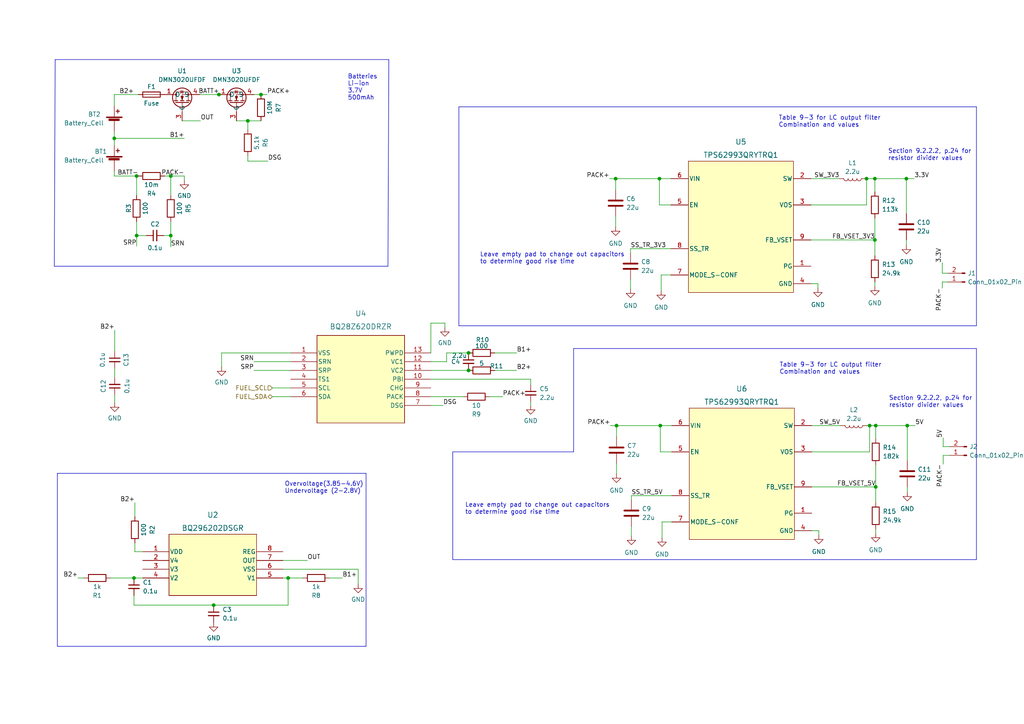
<source format=kicad_sch>
(kicad_sch (version 20230121) (generator eeschema)
  (paper "A4")
  (lib_symbols
    (symbol "Connector:Conn_01x02_Pin" (pin_names (offset 1.016) hide)
      (property "Reference" "J" (at 0 2.54 0))
      (property "Value" "Conn_01x02_Pin" (at 0 -5.08 0))
      (symbol "Conn_01x02_Pin_1_1"
        (polyline (pts (xy 1.27 -2.54) (xy 0.8636 -2.54)) (stroke (width 0.1524)))
        (polyline (pts (xy 1.27 0) (xy 0.8636 0)) (stroke (width 0.1524)))
        (rectangle (start 0.8636 -2.413) (end 0 -2.667) (stroke (width 0.1524)) (fill (type outline)))
        (rectangle (start 0.8636 0.127) (end 0 -0.127) (stroke (width 0.1524)) (fill (type outline)))
        (pin passive line (at 5.08 0 180) (length 3.81) (name "Pin_1") (number "1"))
        (pin passive line (at 5.08 -2.54 180) (length 3.81) (name "Pin_2") (number "2"))
      )
    )
    (symbol "Device:Battery_Cell" (pin_numbers hide) (pin_names (offset 0) hide)
      (property "Reference" "BT" (at 2.54 2.54 0))
      (property "Value" "Battery_Cell" (at 2.54 0 0))
      (symbol "Battery_Cell_0_1"
        (rectangle (start -2.286 1.778) (end 2.286 1.524) (fill (type outline)))
        (rectangle (start -1.5748 1.1938) (end 1.4732 0.6858) (fill (type outline)))
        (polyline (pts (xy 0 0.762) (xy 0 0)))
        (polyline (pts (xy 0 1.778) (xy 0 2.54)))
        (polyline (pts (xy 0.508 3.429) (xy 1.524 3.429)) (stroke (width 0.254)))
        (polyline (pts (xy 1.016 3.937) (xy 1.016 2.921)) (stroke (width 0.254)))
      )
      (symbol "Battery_Cell_1_1"
        (pin passive line (at 0 5.08 270) (length 2.54) (name "+") (number "1"))
        (pin passive line (at 0 -2.54 90) (length 2.54) (name "-") (number "2"))
      )
    )
    (symbol "Device:C" (pin_numbers hide) (pin_names (offset 0.254))
      (property "Reference" "C" (at 0.635 2.54 0))
      (property "Value" "C" (at 0.635 -2.54 0))
      (symbol "C_0_1"
        (polyline (pts (xy -2.032 -0.762) (xy 2.032 -0.762)) (stroke (width 0.508)))
        (polyline (pts (xy -2.032 0.762) (xy 2.032 0.762)) (stroke (width 0.508)))
      )
      (symbol "C_1_1"
        (pin passive line (at 0 3.81 270) (length 2.794) (name "~") (number "1"))
        (pin passive line (at 0 -3.81 90) (length 2.794) (name "~") (number "2"))
      )
    )
    (symbol "Device:C_Small" (pin_numbers hide) (pin_names (offset 0.254) hide)
      (property "Reference" "C" (at 0.254 1.778 0))
      (property "Value" "C_Small" (at 0.254 -2.032 0))
      (symbol "C_Small_0_1"
        (polyline (pts (xy -1.524 -0.508) (xy 1.524 -0.508)) (stroke (width 0.3302)))
        (polyline (pts (xy -1.524 0.508) (xy 1.524 0.508)) (stroke (width 0.3048)))
      )
      (symbol "C_Small_1_1"
        (pin passive line (at 0 2.54 270) (length 2.032) (name "~") (number "1"))
        (pin passive line (at 0 -2.54 90) (length 2.032) (name "~") (number "2"))
      )
    )
    (symbol "Device:Fuse" (pin_numbers hide) (pin_names (offset 0))
      (property "Reference" "F" (at 2.032 0 90))
      (property "Value" "Fuse" (at -1.905 0 90))
      (symbol "Fuse_0_1"
        (rectangle (start -0.762 -2.54) (end 0.762 2.54) (stroke (width 0.254)))
        (polyline (pts (xy 0 2.54) (xy 0 -2.54)))
      )
      (symbol "Fuse_1_1"
        (pin passive line (at 0 3.81 270) (length 1.27) (name "~") (number "1"))
        (pin passive line (at 0 -3.81 90) (length 1.27) (name "~") (number "2"))
      )
    )
    (symbol "Device:L" (pin_numbers hide) (pin_names (offset 1.016) hide)
      (property "Reference" "L" (at -1.27 0 90))
      (property "Value" "L" (at 1.905 0 90))
      (symbol "L_0_1"
        (arc (start 0 -2.54) (mid 0.6323 -1.905) (end 0 -1.27))
        (arc (start 0 -1.27) (mid 0.6323 -0.635) (end 0 0))
        (arc (start 0 0) (mid 0.6323 0.635) (end 0 1.27))
        (arc (start 0 1.27) (mid 0.6323 1.905) (end 0 2.54))
      )
      (symbol "L_1_1"
        (pin passive line (at 0 3.81 270) (length 1.27) (name "1") (number "1"))
        (pin passive line (at 0 -3.81 90) (length 1.27) (name "2") (number "2"))
      )
    )
    (symbol "Device:R" (pin_numbers hide) (pin_names (offset 0))
      (property "Reference" "R" (at 2.032 0 90))
      (property "Value" "R" (at 0 0 90))
      (symbol "R_0_1"
        (rectangle (start -1.016 -2.54) (end 1.016 2.54) (stroke (width 0.254)))
      )
      (symbol "R_1_1"
        (pin passive line (at 0 3.81 270) (length 1.27) (name "~") (number "1"))
        (pin passive line (at 0 -3.81 90) (length 1.27) (name "~") (number "2"))
      )
    )
    (symbol "PPJA138K_1"
      (property "Reference" "U" (at 0 12.7 0))
      (property "Value" "PPJA138K" (at 0 15.24 0))
      (symbol "PPJA138K_1_0_1"
        (polyline (pts (xy -1.27 0) (xy -4.064 0)))
        (polyline (pts (xy -1.27 1.905) (xy -1.27 -1.905)) (stroke (width 0.254)))
        (polyline (pts (xy -0.762 -1.27) (xy -0.762 -2.286)) (stroke (width 0.254)))
        (polyline (pts (xy -0.762 0.508) (xy -0.762 -0.508)) (stroke (width 0.254)))
        (polyline (pts (xy -0.762 2.286) (xy -0.762 1.27)) (stroke (width 0.254)))
        (polyline (pts (xy 1.016 2.54) (xy 1.016 1.778)))
        (polyline (pts (xy 1.016 -2.54) (xy 1.016 0) (xy -0.762 0)))
        (polyline (pts (xy -0.762 -1.778) (xy 1.778 -1.778) (xy 1.778 1.778) (xy -0.762 1.778)))
        (polyline (pts (xy -0.508 0) (xy 0.508 0.381) (xy 0.508 -0.381) (xy -0.508 0)) (fill (type outline)))
        (polyline (pts (xy 1.27 0.508) (xy 1.397 0.381) (xy 2.159 0.381) (xy 2.286 0.254)))
        (polyline (pts (xy 1.778 0.381) (xy 1.397 -0.254) (xy 2.159 -0.254) (xy 1.778 0.381)))
        (circle (center 0.127 0) (radius 2.794) (stroke (width 0.254)))
        (circle (center 1.016 -1.778) (radius 0.254) (fill (type outline)))
        (circle (center 1.016 1.778) (radius 0.254) (fill (type outline)))
      )
      (symbol "PPJA138K_1_1_1"
        (pin passive line (at 1.016 5.08 270) (length 2.54) (name "D") (number "1"))
        (pin input line (at -6.604 0 0) (length 2.54) (name "G") (number "3"))
        (pin passive line (at 1.016 -5.08 90) (length 2.54) (name "S") (number "4"))
      )
    )
    (symbol "SmallSat-Peripherals-Board:BQ28Z620DRZR" (pin_names (offset 0.254))
      (property "Reference" "U" (at 20.32 10.16 0))
      (property "Value" "BQ28Z620DRZR" (at 20.32 7.62 0))
      (symbol "BQ28Z620DRZR_0_1"
        (polyline (pts (xy 7.62 5.08) (xy 7.62 -20.32)) (stroke (width 0.127)))
        (polyline (pts (xy 33.02 -20.32) (xy 33.02 5.08)) (stroke (width 0.127)))
        (polyline (pts (xy 33.02 5.08) (xy 7.62 5.08)) (stroke (width 0.127)))
        (pin power_in line (at 0 0 0) (length 7.62) (name "VSS") (number "1"))
        (pin power_in line (at 40.64 -7.62 180) (length 7.62) (name "PBI") (number "10"))
        (pin input line (at 40.64 -5.08 180) (length 7.62) (name "VC2") (number "11"))
        (pin input line (at 40.64 -2.54 180) (length 7.62) (name "VC1") (number "12"))
        (pin power_out line (at 40.64 0 180) (length 7.62) (name "PWPD") (number "13"))
        (pin input line (at 0 -2.54 0) (length 7.62) (name "SRN") (number "2"))
        (pin input line (at 0 -5.08 0) (length 7.62) (name "SRP") (number "3"))
        (pin input line (at 0 -7.62 0) (length 7.62) (name "TS1") (number "4"))
        (pin bidirectional line (at 0 -10.16 0) (length 7.62) (name "SCL") (number "5"))
        (pin bidirectional line (at 0 -12.7 0) (length 7.62) (name "SDA") (number "6"))
        (pin output line (at 40.64 -15.24 180) (length 7.62) (name "DSG") (number "7"))
        (pin input line (at 40.64 -12.7 180) (length 7.62) (name "PACK") (number "8"))
        (pin output line (at 40.64 -10.16 180) (length 7.62) (name "CHG") (number "9"))
      )
      (symbol "BQ28Z620DRZR_1_1"
        (rectangle (start 7.62 5.08) (end 33.02 -20.32) (fill (type background)))
      )
    )
    (symbol "SmallSat-Peripherals-Board:BQ296202DSGR" (pin_names (offset 0.254))
      (property "Reference" "U" (at -1.524 13.208 0))
      (property "Value" "BQ296202DSGR" (at -1.524 10.668 0))
      (symbol "BQ296202DSGR_0_1"
        (polyline (pts (xy -14.224 -9.652) (xy 11.176 -9.652)) (stroke (width 0.127)))
        (polyline (pts (xy -14.224 8.128) (xy -14.224 -9.652)) (stroke (width 0.127)))
        (polyline (pts (xy 11.176 8.128) (xy -14.224 8.128)) (stroke (width 0.127)))
        (pin power_in line (at -21.844 3.048 0) (length 7.62) (name "VDD") (number "1"))
        (pin input line (at -21.844 0.508 0) (length 7.62) (name "V4") (number "2"))
        (pin input line (at -21.844 -2.032 0) (length 7.62) (name "V3") (number "3"))
        (pin input line (at -21.844 -4.572 0) (length 7.62) (name "V2") (number "4"))
        (pin input line (at 18.796 -4.572 180) (length 7.62) (name "V1") (number "5"))
        (pin power_in line (at 18.796 -2.032 180) (length 7.62) (name "VSS") (number "6"))
        (pin output line (at 18.796 0.508 180) (length 7.62) (name "OUT") (number "7"))
        (pin output line (at 18.796 3.048 180) (length 7.62) (name "REG") (number "8"))
      )
      (symbol "BQ296202DSGR_1_1"
        (rectangle (start -14.224 8.128) (end 11.176 -9.652) (fill (type background)))
      )
    )
    (symbol "SmallSat-Peripherals-Board:PPJA138K"
      (property "Reference" "U" (at 0 12.7 0))
      (property "Value" "PPJA138K" (at 0 15.24 0))
      (symbol "PPJA138K_0_1"
        (polyline (pts (xy -1.27 0) (xy -4.064 0)))
        (polyline (pts (xy -1.27 1.905) (xy -1.27 -1.905)) (stroke (width 0.254)))
        (polyline (pts (xy -0.762 -1.27) (xy -0.762 -2.286)) (stroke (width 0.254)))
        (polyline (pts (xy -0.762 0.508) (xy -0.762 -0.508)) (stroke (width 0.254)))
        (polyline (pts (xy -0.762 2.286) (xy -0.762 1.27)) (stroke (width 0.254)))
        (polyline (pts (xy 1.016 2.54) (xy 1.016 1.778)))
        (polyline (pts (xy 1.016 -2.54) (xy 1.016 0) (xy -0.762 0)))
        (polyline (pts (xy -0.762 -1.778) (xy 1.778 -1.778) (xy 1.778 1.778) (xy -0.762 1.778)))
        (polyline (pts (xy -0.508 0) (xy 0.508 0.381) (xy 0.508 -0.381) (xy -0.508 0)) (fill (type outline)))
        (polyline (pts (xy 1.27 0.508) (xy 1.397 0.381) (xy 2.159 0.381) (xy 2.286 0.254)))
        (polyline (pts (xy 1.778 0.381) (xy 1.397 -0.254) (xy 2.159 -0.254) (xy 1.778 0.381)))
        (circle (center 0.127 0) (radius 2.794) (stroke (width 0.254)))
        (circle (center 1.016 -1.778) (radius 0.254) (fill (type outline)))
        (circle (center 1.016 1.778) (radius 0.254) (fill (type outline)))
      )
      (symbol "PPJA138K_1_1"
        (pin passive line (at 1.016 5.08 270) (length 2.54) (name "D") (number "1"))
        (pin input line (at -6.604 0 0) (length 2.54) (name "G") (number "3"))
        (pin passive line (at 1.016 -5.08 90) (length 2.54) (name "S") (number "4"))
      )
    )
    (symbol "SmallSat-Peripherals-Board:TPS62993QRYTRQ1" (pin_names (offset 0.254))
      (property "Reference" "U" (at 0 2.54 0))
      (property "Value" "TPS62993QRYTRQ1" (at 0 0 0))
      (symbol "TPS62993QRYTRQ1_0_1"
        (pin open_collector line (at 40.64 -25.4 180) (length 5.08) (name "PG") (number "1"))
        (pin unspecified line (at 40.64 0 180) (length 5.08) (name "SW") (number "2"))
        (pin unspecified line (at 40.64 -7.62 180) (length 5.08) (name "VOS") (number "3"))
        (pin power_in line (at 40.64 -30.48 180) (length 5.08) (name "GND") (number "4"))
        (pin input line (at 0 -7.62 0) (length 5.08) (name "EN") (number "5"))
        (pin power_in line (at 0 0 0) (length 5.08) (name "VIN") (number "6"))
        (pin input line (at 0 -27.94 0) (length 5.08) (name "MODE_S-CONF") (number "7"))
        (pin unspecified line (at 0 -20.32 0) (length 5.08) (name "SS_TR") (number "8"))
        (pin unspecified line (at 40.64 -17.78 180) (length 5.08) (name "FB_VSET") (number "9"))
      )
      (symbol "TPS62993QRYTRQ1_1_1"
        (rectangle (start 5.08 5.08) (end 35.56 -33.02) (fill (type background)))
      )
    )
    (symbol "power:GND" (power) (pin_names (offset 0))
      (property "Value" "GND" (at 0 -3.81 0))
      (symbol "GND_0_1"
        (polyline (pts (xy 0 0) (xy 0 -1.27) (xy 1.27 -1.27) (xy 0 -2.54) (xy -1.27 -1.27) (xy 0 -1.27)))
      )
      (symbol "GND_1_1"
        (pin power_in line (at 0 0 270) (length 0) hide (name "GND") (number "1"))
      )
    )
  )
  (junction (at 254 123.444))
  (junction (at 63.5 27.432))
  (junction (at 83.566 167.64))
  (junction (at 135.89 102.362))
  (junction (at 39.624 51.054))
  (junction (at 71.882 35.052))
  (junction (at 39.624 68.326))
  (junction (at 75.692 27.432))
  (junction (at 61.976 175.514))
  (junction (at 263.144 123.444))
  (junction (at 252.222 123.444))
  (junction (at 262.89 51.816))
  (junction (at 135.89 107.442))
  (junction (at 191.516 123.444))
  (junction (at 251.333 51.816))
  (junction (at 49.53 68.326))
  (junction (at 253.746 51.816))
  (junction (at 33.147 40.132))
  (junction (at 49.53 51.054))
  (junction (at 191.262 51.816))
  (junction (at 38.862 167.64))
  (junction (at 178.562 51.816))
  (junction (at 253.746 69.596))
  (junction (at 178.816 123.444))
  (junction (at 254 141.224))
  (wire (pts (xy 75.692 27.432) (xy 77.47 27.432)))
  (wire (pts (xy 64.262 102.362) (xy 64.262 106.426)))
  (wire (pts (xy 253.746 51.816) (xy 262.89 51.816)))
  (wire (pts (xy 33.274 95.758) (xy 33.274 101.854)))
  (wire (pts (xy 275.336 129.54) (xy 273.558 129.54)))
  (wire (pts (xy 78.994 112.522) (xy 84.328 112.522)))
  (wire (pts (xy 192.024 151.384) (xy 192.024 155.956)))
  (wire (pts (xy 194.818 123.444) (xy 191.516 123.444)))
  (wire (pts (xy 124.968 117.602) (xy 128.524 117.602)))
  (wire (pts (xy 124.968 115.062) (xy 134.366 115.062)))
  (polyline (pts (xy 283.21 30.988) (xy 133.096 30.988)))
  (wire (pts (xy 183.134 143.764) (xy 183.134 145.034)))
  (polyline (pts (xy 283.21 101.092) (xy 283.21 162.306)))
  (wire (pts (xy 39.624 68.326) (xy 42.418 68.326)))
  (wire (pts (xy 273.558 132.08) (xy 273.558 134.62)))
  (polyline (pts (xy 16.637 187.452) (xy 16.637 137.287)))
  (wire (pts (xy 191.262 51.816) (xy 178.562 51.816)))
  (wire (pts (xy 191.77 79.756) (xy 191.77 84.328)))
  (polyline (pts (xy 283.21 162.306) (xy 131.318 162.306)))
  (wire (pts (xy 124.968 104.902) (xy 129.54 104.902)))
  (polyline (pts (xy 112.522 77.216) (xy 15.748 77.216)))
  (wire (pts (xy 254 153.416) (xy 254 154.686)))
  (wire (pts (xy 129.54 102.362) (xy 135.89 102.362)))
  (wire (pts (xy 182.88 81.026) (xy 182.88 83.82)))
  (wire (pts (xy 251.079 51.816) (xy 251.333 51.816)))
  (wire (pts (xy 124.968 93.726) (xy 129.032 93.726)))
  (wire (pts (xy 235.458 141.224) (xy 254 141.224)))
  (polyline (pts (xy 166.37 131.064) (xy 166.37 101.092)))
  (wire (pts (xy 178.816 123.444) (xy 177.038 123.444)))
  (wire (pts (xy 194.818 151.384) (xy 192.024 151.384)))
  (wire (pts (xy 252.222 123.444) (xy 252.222 131.064)))
  (wire (pts (xy 251.333 51.816) (xy 253.746 51.816)))
  (wire (pts (xy 82.042 165.1) (xy 103.886 165.1)))
  (wire (pts (xy 235.204 51.816) (xy 243.459 51.816)))
  (polyline (pts (xy 106.172 187.452) (xy 16.637 187.452)))
  (wire (pts (xy 33.147 38.227) (xy 33.147 40.132)))
  (wire (pts (xy 124.968 107.442) (xy 135.89 107.442)))
  (wire (pts (xy 95.504 167.64) (xy 99.314 167.64)))
  (wire (pts (xy 53.467 51.054) (xy 53.467 52.324)))
  (wire (pts (xy 33.147 27.432) (xy 40.132 27.432)))
  (wire (pts (xy 41.402 160.02) (xy 39.116 160.02)))
  (wire (pts (xy 178.562 51.816) (xy 176.784 51.816)))
  (wire (pts (xy 39.624 51.054) (xy 39.624 56.642)))
  (wire (pts (xy 252.222 123.444) (xy 254 123.444)))
  (wire (pts (xy 262.89 51.816) (xy 262.89 61.976)))
  (wire (pts (xy 84.328 102.362) (xy 64.262 102.362)))
  (wire (pts (xy 33.274 114.554) (xy 33.274 116.84)))
  (wire (pts (xy 38.862 172.72) (xy 38.862 175.514)))
  (wire (pts (xy 33.147 49.657) (xy 33.147 51.054)))
  (wire (pts (xy 83.566 167.64) (xy 87.884 167.64)))
  (wire (pts (xy 254 123.444) (xy 263.144 123.444)))
  (wire (pts (xy 251.333 59.436) (xy 251.333 51.816)))
  (wire (pts (xy 73.66 104.902) (xy 84.328 104.902)))
  (wire (pts (xy 49.53 68.326) (xy 49.53 64.262)))
  (wire (pts (xy 84.328 107.442) (xy 73.66 107.442)))
  (wire (pts (xy 49.53 51.054) (xy 53.467 51.054)))
  (wire (pts (xy 61.976 175.514) (xy 83.566 175.514)))
  (wire (pts (xy 191.516 123.444) (xy 178.816 123.444)))
  (wire (pts (xy 191.516 131.064) (xy 191.516 123.444)))
  (wire (pts (xy 237.49 153.924) (xy 237.49 155.194)))
  (wire (pts (xy 194.564 79.756) (xy 191.77 79.756)))
  (wire (pts (xy 235.204 59.436) (xy 251.333 59.436)))
  (wire (pts (xy 194.564 51.816) (xy 191.262 51.816)))
  (wire (pts (xy 254 134.874) (xy 254 141.224)))
  (wire (pts (xy 71.882 46.736) (xy 77.724 46.736)))
  (wire (pts (xy 39.624 64.262) (xy 39.624 68.326)))
  (wire (pts (xy 262.89 69.596) (xy 262.89 71.12)))
  (polyline (pts (xy 112.776 17.272) (xy 112.522 77.216)))
  (wire (pts (xy 49.53 51.054) (xy 49.53 56.642)))
  (wire (pts (xy 251.46 123.444) (xy 252.222 123.444)))
  (wire (pts (xy 78.994 115.062) (xy 84.328 115.062)))
  (wire (pts (xy 178.816 134.366) (xy 178.816 137.414)))
  (wire (pts (xy 153.924 109.982) (xy 153.924 111.506)))
  (wire (pts (xy 254 123.444) (xy 254 127.254)))
  (wire (pts (xy 39.116 160.02) (xy 39.116 157.48)))
  (wire (pts (xy 83.566 167.64) (xy 83.566 175.514)))
  (wire (pts (xy 235.458 123.444) (xy 243.84 123.444)))
  (wire (pts (xy 178.562 62.738) (xy 178.562 65.786)))
  (wire (pts (xy 253.746 63.246) (xy 253.746 69.596)))
  (wire (pts (xy 254 141.224) (xy 254 145.796)))
  (wire (pts (xy 263.144 123.444) (xy 263.144 133.604)))
  (polyline (pts (xy 16.002 17.272) (xy 112.776 17.272)))
  (wire (pts (xy 263.144 123.444) (xy 265.43 123.444)))
  (wire (pts (xy 129.032 93.726) (xy 129.032 94.996)))
  (wire (pts (xy 262.89 51.816) (xy 265.176 51.816)))
  (wire (pts (xy 73.66 27.432) (xy 75.692 27.432)))
  (wire (pts (xy 103.886 165.1) (xy 103.886 169.418)))
  (wire (pts (xy 82.042 162.56) (xy 89.154 162.56)))
  (wire (pts (xy 253.746 69.596) (xy 253.746 74.168)))
  (polyline (pts (xy 106.172 137.287) (xy 106.172 187.452)))
  (wire (pts (xy 153.924 116.586) (xy 153.924 117.602)))
  (wire (pts (xy 124.968 109.982) (xy 153.924 109.982)))
  (wire (pts (xy 82.042 167.64) (xy 83.566 167.64)))
  (polyline (pts (xy 133.096 94.488) (xy 283.21 94.488)))
  (wire (pts (xy 274.828 81.788) (xy 273.304 81.788)))
  (wire (pts (xy 275.336 132.08) (xy 273.558 132.08)))
  (wire (pts (xy 39.116 145.796) (xy 39.116 149.86)))
  (wire (pts (xy 33.147 40.132) (xy 53.467 40.132)))
  (polyline (pts (xy 16.637 137.287) (xy 106.172 137.287)))
  (wire (pts (xy 124.968 102.362) (xy 124.968 93.726)))
  (wire (pts (xy 235.458 153.924) (xy 237.49 153.924)))
  (wire (pts (xy 63.5 27.432) (xy 63.627 27.432)))
  (wire (pts (xy 52.832 35.052) (xy 58.166 35.052)))
  (wire (pts (xy 235.204 69.596) (xy 253.746 69.596)))
  (wire (pts (xy 32.004 167.64) (xy 38.862 167.64)))
  (wire (pts (xy 194.818 143.764) (xy 183.134 143.764)))
  (wire (pts (xy 141.986 115.062) (xy 145.796 115.062)))
  (polyline (pts (xy 166.37 101.092) (xy 283.21 101.092)))
  (wire (pts (xy 129.54 104.902) (xy 129.54 102.362)))
  (wire (pts (xy 38.862 175.514) (xy 61.976 175.514)))
  (polyline (pts (xy 283.21 94.488) (xy 283.21 30.988)))
  (wire (pts (xy 47.752 51.054) (xy 49.53 51.054)))
  (wire (pts (xy 38.862 167.64) (xy 41.402 167.64)))
  (wire (pts (xy 235.204 82.296) (xy 237.236 82.296)))
  (polyline (pts (xy 16.002 17.272) (xy 15.748 77.216)))
  (wire (pts (xy 194.564 59.436) (xy 191.262 59.436)))
  (wire (pts (xy 178.816 123.444) (xy 178.816 126.746)))
  (wire (pts (xy 273.558 129.54) (xy 273.558 127)))
  (wire (pts (xy 33.274 106.934) (xy 33.274 109.474)))
  (wire (pts (xy 182.88 72.136) (xy 182.88 73.406)))
  (wire (pts (xy 49.53 68.326) (xy 49.53 71.628)))
  (wire (pts (xy 194.564 72.136) (xy 182.88 72.136)))
  (wire (pts (xy 68.58 35.052) (xy 71.882 35.052)))
  (wire (pts (xy 39.624 51.054) (xy 40.132 51.054)))
  (wire (pts (xy 178.562 51.816) (xy 178.562 55.118)))
  (wire (pts (xy 183.134 152.654) (xy 183.134 155.448)))
  (wire (pts (xy 263.144 141.224) (xy 263.144 142.748)))
  (wire (pts (xy 33.147 51.054) (xy 39.624 51.054)))
  (wire (pts (xy 71.882 45.212) (xy 71.882 46.736)))
  (wire (pts (xy 273.304 81.788) (xy 273.304 83.566)))
  (wire (pts (xy 143.51 107.442) (xy 149.86 107.442)))
  (wire (pts (xy 33.147 40.132) (xy 33.147 42.037)))
  (wire (pts (xy 71.882 35.052) (xy 71.882 37.592)))
  (wire (pts (xy 39.624 68.326) (xy 39.624 71.374)))
  (wire (pts (xy 237.236 82.296) (xy 237.236 83.566)))
  (wire (pts (xy 143.51 102.362) (xy 149.86 102.362)))
  (wire (pts (xy 191.262 59.436) (xy 191.262 51.816)))
  (wire (pts (xy 273.304 76.2) (xy 273.304 79.248)))
  (wire (pts (xy 71.882 35.052) (xy 75.692 35.052)))
  (polyline (pts (xy 131.318 162.306) (xy 131.318 131.064)))
  (wire (pts (xy 273.304 79.248) (xy 274.828 79.248)))
  (wire (pts (xy 57.912 27.432) (xy 63.5 27.432)))
  (wire (pts (xy 33.147 30.607) (xy 33.147 27.432)))
  (wire (pts (xy 22.606 167.64) (xy 24.384 167.64)))
  (wire (pts (xy 253.746 81.788) (xy 253.746 83.058)))
  (polyline (pts (xy 131.318 131.064) (xy 166.37 131.064)))
  (wire (pts (xy 47.498 68.326) (xy 49.53 68.326)))
  (wire (pts (xy 253.746 51.816) (xy 253.746 55.626)))
  (wire (pts (xy 194.818 131.064) (xy 191.516 131.064)))
  (polyline (pts (xy 133.096 30.988) (xy 133.096 94.488)))
  (wire (pts (xy 252.222 131.064) (xy 235.458 131.064)))
  (text "Batteries\nLi-ion\n3.7V\n500mAh" (at 100.838 29.21 0) (effects (font (size 1.27 1.27)) (justify left bottom)))
  (text "Table 9-3 for LC output filter\nCombination and values" (at 225.806 37.084 0) (effects (font (size 1.27 1.27)) (justify left bottom)))
  (text "Overvoltage(3.85-4.6V)\nUndervoltage (2-2.8V)" (at 82.55 143.256 0) (effects (font (size 1.27 1.27)) (justify left bottom)))
  (text "Section 9.2.2.2, p.24 for \nresistor divider values\n" (at 257.81 118.364 0) (effects (font (size 1.27 1.27)) (justify left bottom)))
  (text "Leave empty pad to change out capacitors\nto determine good rise time" (at 139.192 76.708 0) (effects (font (size 1.27 1.27)) (justify left bottom)))
  (text "Leave empty pad to change out capacitors\nto determine good rise time" (at 134.874 149.352 0) (effects (font (size 1.27 1.27)) (justify left bottom)))
  (text "Table 9-3 for LC output filter\nCombination and values" (at 226.06 108.712 0) (effects (font (size 1.27 1.27)) (justify left bottom)))
  (text "Section 9.2.2.2, p.24 for \nresistor divider values\n" (at 257.556 46.736 0) (effects (font (size 1.27 1.27)) (justify left bottom)))
  (label "SRP" (at 73.66 107.442 180))
  (label "SS_TR_5V" (at 183.134 143.764 0))
  (label "SRP" (at 39.624 71.374 180))
  (label "3.3V" (at 265.176 51.816 0))
  (label "B1+" (at 99.314 167.64 0))
  (label "FB_VSET_3V3" (at 253.746 69.596 180))
  (label "DSG" (at 128.524 117.602 0))
  (label "SRN" (at 49.53 71.628 0))
  (label "B1+" (at 53.467 40.132 180))
  (label "5V" (at 265.43 123.444 0))
  (label "PACK+" (at 145.796 115.062 0))
  (label "B2+" (at 33.274 95.758 180))
  (label "SW_5V" (at 243.713 123.444 180))
  (label "SS_TR_3V3" (at 182.88 72.136 0))
  (label "B2+" (at 38.862 27.432 180))
  (label "PACK+" (at 177.038 123.444 180))
  (label "FB_VSET_5V" (at 254 141.224 180))
  (label "B2+" (at 39.116 145.796 180))
  (label "DSG" (at 77.724 46.736 0))
  (label "B1+" (at 149.86 102.362 0))
  (label "PACK-" (at 273.558 134.62 270))
  (label "PACK+" (at 176.784 51.816 180))
  (label "OUT" (at 58.166 35.052 0))
  (label "BATT+" (at 63.627 27.432 180))
  (label "B2+" (at 22.606 167.64 180))
  (label "PACK+" (at 77.47 27.432 0))
  (label "3.3V" (at 273.304 76.2 90))
  (label "PACK-" (at 273.304 83.566 270))
  (label "5V" (at 273.558 127 90))
  (label "SW_3V3" (at 243.459 51.816 180))
  (label "BATT-" (at 40.132 51.054 180))
  (label "PACK-" (at 53.467 51.054 180))
  (label "OUT" (at 89.154 162.56 0))
  (label "B2+" (at 149.86 107.442 0))
  (label "SRN" (at 73.66 104.902 180))
  (hierarchical_label "FUEL_SCL" (shape input) (at 78.994 112.522 180))
  (hierarchical_label "FUEL_SDA" (shape bidirectional) (at 78.994 115.062 180))
  (symbol (lib_id "Device:R") (at 39.624 60.452 180) (unit 1)
    (property "Reference" "R3" (at 37.338 60.452 90))
    (property "Value" "100" (at 42.164 60.452 90))
    (property "Footprint" "Resistor_SMD:R_1206_3216Metric" (effects hide))
  )
  (symbol (lib_id "SmallSat-Peripherals-Board:TPS62993QRYTRQ1") (at 194.564 51.816 0) (unit 1)
    (property "Reference" "U5" (at 214.884 41.148 0) (effects (font (size 1.524 1.524))))
    (property "Value" "TPS62993QRYTRQ1" (at 214.884 44.958 0) (effects (font (size 1.524 1.524))))
    (property "Footprint" "PowerBoardLibrary:RYT0009A-MFG" (effects hide))
    (property "Datasheet" "https://www.ti.com/lit/ds/symlink/tps62993-q1.pdf?ts=1708291518499&ref_url=https%253A%252F%252Fwww.ti.com%252Fproduct%252FTPS62993-Q1" (effects hide))
  )
  (symbol (lib_id "power:GND") (at 262.89 71.12 0) (unit 1)
    (property "Reference" "#PWR017" (effects hide))
    (property "Value" "GND" (at 262.89 75.946 0))
  )
  (symbol (lib_id "Device:C_Small") (at 33.274 104.394 0) (unit 1)
    (property "Reference" "C13" (at 36.576 104.394 90))
    (property "Value" "0.1u" (at 29.718 104.394 90))
    (property "Footprint" "Capacitor_SMD:C_1206_3216Metric" (effects hide))
  )
  (symbol (lib_id "power:GND") (at 182.88 83.82 0) (unit 1)
    (property "Reference" "#PWR09" (effects hide))
    (property "Value" "GND" (at 182.88 88.646 0))
  )
  (symbol (lib_id "Device:R") (at 28.194 167.64 90) (unit 1)
    (property "Reference" "R1" (at 28.194 172.72 90))
    (property "Value" "1k" (at 28.194 170.18 90))
    (property "Footprint" "Resistor_SMD:R_1206_3216Metric" (effects hide))
  )
  (symbol (lib_id "Device:C_Small") (at 44.958 68.326 90) (unit 1)
    (property "Reference" "C2" (at 44.958 65.024 90))
    (property "Value" "0.1u" (at 44.958 71.882 90))
    (property "Footprint" "Capacitor_SMD:C_1206_3216Metric" (effects hide))
  )
  (symbol (lib_id "Device:R") (at 139.7 107.442 90) (unit 1)
    (property "Reference" "R11" (at 144.018 106.172 90))
    (property "Value" "5" (at 139.7 105.41 90))
    (property "Footprint" "Resistor_SMD:R_1206_3216Metric" (effects hide))
  )
  (symbol (lib_id "Device:Fuse") (at 43.942 27.432 90) (unit 1)
    (property "Reference" "F1" (at 43.942 25.146 90))
    (property "Value" "Fuse" (at 43.942 29.972 90))
    (property "Footprint" "Fuse:Fuse_1206_3216Metric" (effects hide))
  )
  (symbol (lib_id "power:GND") (at 183.134 155.448 0) (unit 1)
    (property "Reference" "#PWR010" (effects hide))
    (property "Value" "GND" (at 183.134 160.274 0))
  )
  (symbol (lib_id "Device:R") (at 91.694 167.64 90) (unit 1)
    (property "Reference" "R8" (at 91.694 172.72 90))
    (property "Value" "1k" (at 91.694 170.18 90))
    (property "Footprint" "Resistor_SMD:R_1206_3216Metric" (effects hide))
  )
  (symbol (lib_id "power:GND") (at 61.976 180.594 0) (unit 1)
    (property "Reference" "#PWR02" (effects hide))
    (property "Value" "GND" (at 61.976 185.039 0))
  )
  (symbol (lib_id "power:GND") (at 237.236 83.566 0) (unit 1)
    (property "Reference" "#PWR013" (effects hide))
    (property "Value" "GND" (at 237.236 88.392 0))
  )
  (symbol (lib_id "power:GND") (at 64.262 106.426 0) (unit 1)
    (property "Reference" "#PWR03" (effects hide))
    (property "Value" "GND" (at 64.262 110.871 0))
  )
  (symbol (lib_id "Device:R") (at 49.53 60.452 180) (unit 1)
    (property "Reference" "R5" (at 54.61 60.452 90))
    (property "Value" "100" (at 52.07 60.452 90))
    (property "Footprint" "Resistor_SMD:R_1206_3216Metric" (effects hide))
  )
  (symbol (lib_id "Device:C") (at 178.562 58.928 0) (unit 1)
    (property "Reference" "C6" (at 181.61 57.6579 0) (effects (justify left)))
    (property "Value" "22u" (at 181.61 60.1979 0) (effects (justify left)))
    (property "Footprint" "Capacitor_SMD:C_0402_1005Metric" (effects hide))
  )
  (symbol (lib_name "PPJA138K_1") (lib_id "SmallSat-Peripherals-Board:PPJA138K") (at 52.832 28.448 90) (unit 1)
    (property "Reference" "U1" (at 52.832 20.574 90))
    (property "Value" "DMN3020UFDF" (at 52.832 23.114 90))
    (property "Footprint" "Package_DFN_QFN:DFN-6-1EP_2x2mm_P0.5mm_EP0.6x1.37mm" (effects hide))
    (property "Datasheet" "https://www.diodes.com/assets/Datasheets/DMN3020UFDF.pdf" (effects hide))
  )
  (symbol (lib_id "Device:C") (at 263.144 137.414 0) (unit 1)
    (property "Reference" "C11" (at 266.192 136.1439 0) (effects (justify left)))
    (property "Value" "22u" (at 266.192 138.6839 0) (effects (justify left)))
    (property "Footprint" "Capacitor_SMD:C_0402_1005Metric" (effects hide))
  )
  (symbol (lib_id "Device:R") (at 138.176 115.062 90) (unit 1)
    (property "Reference" "R9" (at 138.176 120.142 90))
    (property "Value" "10" (at 138.176 117.602 90))
    (property "Footprint" "Resistor_SMD:R_1206_3216Metric" (effects hide))
  )
  (symbol (lib_id "power:GND") (at 192.024 155.956 0) (unit 1)
    (property "Reference" "#PWR012" (effects hide))
    (property "Value" "GND" (at 192.024 160.782 0))
  )
  (symbol (lib_id "SmallSat-Peripherals-Board:BQ28Z620DRZR") (at 84.328 102.362 0) (unit 1)
    (property "Reference" "U4" (at 104.648 90.932 0) (effects (font (size 1.524 1.524))))
    (property "Value" "BQ28Z620DRZR" (at 104.648 94.742 0) (effects (font (size 1.524 1.524))))
    (property "Footprint" "PowerBoardLibrary:VSON12_DRZ_TEX" (effects hide))
    (property "Datasheet" "https://www.ti.com/lit/ds/symlink/bq28z620.pdf?ts=1707609817811" (effects hide))
  )
  (symbol (lib_id "Device:R") (at 71.882 41.402 180) (unit 1)
    (property "Reference" "R6" (at 76.962 41.402 90))
    (property "Value" "5.1k" (at 74.422 41.402 90))
    (property "Footprint" "Resistor_SMD:R_1206_3216Metric" (effects hide))
  )
  (symbol (lib_id "power:GND") (at 254 154.686 0) (unit 1)
    (property "Reference" "#PWR016" (effects hide))
    (property "Value" "GND" (at 254 159.512 0))
  )
  (symbol (lib_id "Device:R") (at 253.746 59.436 0) (unit 1)
    (property "Reference" "R12" (at 255.778 58.1659 0) (effects (justify left)))
    (property "Value" "113k" (at 255.778 60.7059 0) (effects (justify left)))
    (property "Footprint" "Resistor_SMD:R_0402_1005Metric" (effects hide))
  )
  (symbol (lib_id "SmallSat-Peripherals-Board:PPJA138K") (at 68.58 28.448 90) (unit 1)
    (property "Reference" "U3" (at 68.58 20.574 90))
    (property "Value" "DMN3020UFDF" (at 68.58 23.114 90))
    (property "Footprint" "Package_DFN_QFN:DFN-6-1EP_2x2mm_P0.5mm_EP0.6x1.37mm" (effects hide))
    (property "Datasheet" "https://www.diodes.com/assets/Datasheets/DMN3020UFDF.pdf" (effects hide))
  )
  (symbol (lib_id "Device:C") (at 178.816 130.556 0) (unit 1)
    (property "Reference" "C7" (at 181.864 129.2859 0) (effects (justify left)))
    (property "Value" "22u" (at 181.864 131.8259 0) (effects (justify left)))
    (property "Footprint" "Capacitor_SMD:C_0402_1005Metric" (effects hide))
  )
  (symbol (lib_id "Device:R") (at 39.116 153.67 180) (unit 1)
    (property "Reference" "R2" (at 44.196 153.67 90))
    (property "Value" "100" (at 41.656 153.67 90))
    (property "Footprint" "Resistor_SMD:R_1206_3216Metric" (effects hide))
  )
  (symbol (lib_id "Device:C") (at 262.89 65.786 0) (unit 1)
    (property "Reference" "C10" (at 265.938 64.5159 0) (effects (justify left)))
    (property "Value" "22u" (at 265.938 67.0559 0) (effects (justify left)))
    (property "Footprint" "Capacitor_SMD:C_0402_1005Metric" (effects hide))
  )
  (symbol (lib_id "Device:R") (at 254 131.064 0) (unit 1)
    (property "Reference" "R14" (at 256.032 129.7939 0) (effects (justify left)))
    (property "Value" "182k" (at 256.032 132.3339 0) (effects (justify left)))
    (property "Footprint" "Resistor_SMD:R_0402_1005Metric" (effects hide))
  )
  (symbol (lib_id "power:GND") (at 191.77 84.328 0) (unit 1)
    (property "Reference" "#PWR011" (effects hide))
    (property "Value" "GND" (at 191.77 89.154 0))
  )
  (symbol (lib_id "Connector:Conn_01x02_Pin") (at 279.908 81.788 180) (unit 1)
    (property "Reference" "J1" (at 280.67 79.248 0) (effects (justify right)))
    (property "Value" "Conn_01x02_Pin" (at 280.67 81.788 0) (effects (justify right)))
    (property "Footprint" "Connector_PinSocket_1.00mm:PinSocket_1x02_P1.00mm_Vertical" (effects hide))
  )
  (symbol (lib_id "Device:R") (at 253.746 77.978 0) (unit 1)
    (property "Reference" "R13" (at 255.778 76.7079 0) (effects (justify left)))
    (property "Value" "24.9k" (at 255.778 79.2479 0) (effects (justify left)))
    (property "Footprint" "Resistor_SMD:R_0402_1005Metric" (effects hide))
  )
  (symbol (lib_id "Device:C_Small") (at 38.862 170.18 0) (unit 1)
    (property "Reference" "C1" (at 41.402 168.9162 0) (effects (justify left)))
    (property "Value" "0.1u" (at 41.402 171.4562 0) (effects (justify left)))
    (property "Footprint" "Capacitor_SMD:C_1206_3216Metric" (effects hide))
  )
  (symbol (lib_id "SmallSat-Peripherals-Board:BQ296202DSGR") (at 63.246 163.068 0) (unit 1)
    (property "Reference" "U2" (at 61.722 149.352 0) (effects (font (size 1.524 1.524))))
    (property "Value" "BQ296202DSGR" (at 61.722 153.162 0) (effects (font (size 1.524 1.524))))
    (property "Footprint" "PowerBoardLibrary:DSG8_TEX" (effects hide))
    (property "Datasheet" "https://www.ti.com/lit/ds/symlink/bq2962.pdf?ts=1707650538218&ref_url=https%253A%252F%252Fwww.mouser.de%252F" (effects hide))
  )
  (symbol (lib_id "Device:C_Small") (at 61.976 178.054 0) (unit 1)
    (property "Reference" "C3" (at 64.516 176.7902 0) (effects (justify left)))
    (property "Value" "0.1u" (at 64.516 179.3302 0) (effects (justify left)))
    (property "Footprint" "Capacitor_SMD:C_1206_3216Metric" (effects hide))
  )
  (symbol (lib_id "SmallSat-Peripherals-Board:TPS62993QRYTRQ1") (at 194.818 123.444 0) (unit 1)
    (property "Reference" "U6" (at 215.138 112.776 0) (effects (font (size 1.524 1.524))))
    (property "Value" "TPS62993QRYTRQ1" (at 215.138 116.586 0) (effects (font (size 1.524 1.524))))
    (property "Footprint" "PowerBoardLibrary:RYT0009A-MFG" (effects hide))
    (property "Datasheet" "https://www.ti.com/lit/ds/symlink/tps62993-q1.pdf?ts=1708291518499&ref_url=https%253A%252F%252Fwww.ti.com%252Fproduct%252FTPS62993-Q1" (effects hide))
  )
  (symbol (lib_id "Device:C_Small") (at 153.924 114.046 0) (unit 1)
    (property "Reference" "C5" (at 156.464 112.7822 0) (effects (justify left)))
    (property "Value" "2.2u" (at 156.464 115.3222 0) (effects (justify left)))
    (property "Footprint" "Capacitor_SMD:C_1206_3216Metric" (effects hide))
  )
  (symbol (lib_id "power:GND") (at 129.032 94.996 0) (unit 1)
    (property "Reference" "#PWR05" (effects hide))
    (property "Value" "GND" (at 129.032 99.441 0))
  )
  (symbol (lib_id "power:GND") (at 53.467 52.324 0) (unit 1)
    (property "Reference" "#PWR01" (effects hide))
    (property "Value" "GND" (at 53.467 56.769 0))
  )
  (symbol (lib_id "power:GND") (at 178.816 137.414 0) (unit 1)
    (property "Reference" "#PWR08" (effects hide))
    (property "Value" "GND" (at 178.816 142.24 0))
  )
  (symbol (lib_id "power:GND") (at 178.562 65.786 0) (unit 1)
    (property "Reference" "#PWR07" (effects hide))
    (property "Value" "GND" (at 178.562 70.612 0))
  )
  (symbol (lib_id "Device:R") (at 43.942 51.054 90) (unit 1)
    (property "Reference" "R4" (at 43.942 56.134 90))
    (property "Value" "10m" (at 43.942 53.594 90))
    (property "Footprint" "Resistor_SMD:R_1206_3216Metric" (effects hide))
  )
  (symbol (lib_id "power:GND") (at 103.886 169.418 0) (unit 1)
    (property "Reference" "#PWR04" (effects hide))
    (property "Value" "GND" (at 103.886 173.863 0))
  )
  (symbol (lib_id "Device:L") (at 247.269 51.816 270) (unit 1)
    (property "Reference" "L1" (at 247.269 47.244 90))
    (property "Value" "2.2u" (at 247.269 49.784 90))
    (property "Footprint" "Inductor_SMD:L_1206_3216Metric" (effects hide))
  )
  (symbol (lib_id "power:GND") (at 253.746 83.058 0) (unit 1)
    (property "Reference" "#PWR015" (effects hide))
    (property "Value" "GND" (at 253.746 87.884 0))
  )
  (symbol (lib_id "power:GND") (at 33.274 116.84 0) (unit 1)
    (property "Reference" "#PWR021" (effects hide))
    (property "Value" "GND" (at 33.274 121.285 0))
  )
  (symbol (lib_id "Connector:Conn_01x02_Pin") (at 280.416 132.08 180) (unit 1)
    (property "Reference" "J2" (at 281.178 129.54 0) (effects (justify right)))
    (property "Value" "Conn_01x02_Pin" (at 281.178 132.08 0) (effects (justify right)))
    (property "Footprint" "Connector_PinSocket_1.00mm:PinSocket_1x02_P1.00mm_Vertical" (effects hide))
  )
  (symbol (lib_id "Device:C_Small") (at 135.89 104.902 0) (unit 1)
    (property "Reference" "C4" (at 130.81 104.902 0) (effects (justify left)))
    (property "Value" "2.2u" (at 131.064 103.124 0) (effects (justify left)))
    (property "Footprint" "Capacitor_SMD:C_1206_3216Metric" (effects hide))
  )
  (symbol (lib_id "Device:C") (at 183.134 148.844 0) (unit 1)
    (property "Reference" "C9" (at 186.182 147.5739 0) (effects (justify left)))
    (property "Value" "22u" (at 186.182 150.1139 0) (effects (justify left)))
    (property "Footprint" "Capacitor_SMD:C_0402_1005Metric" (effects hide))
  )
  (symbol (lib_id "Device:R") (at 75.692 31.242 180) (unit 1)
    (property "Reference" "R7" (at 80.772 31.242 90))
    (property "Value" "10M" (at 78.232 31.242 90))
    (property "Footprint" "Resistor_SMD:R_1206_3216Metric" (effects hide))
  )
  (symbol (lib_id "Device:R") (at 254 149.606 0) (unit 1)
    (property "Reference" "R15" (at 256.032 148.3359 0) (effects (justify left)))
    (property "Value" "24.9k" (at 256.032 150.8759 0) (effects (justify left)))
    (property "Footprint" "Resistor_SMD:R_0402_1005Metric" (effects hide))
  )
  (symbol (lib_id "Device:R") (at 139.7 102.362 90) (unit 1)
    (property "Reference" "R10" (at 139.954 98.552 90))
    (property "Value" "100" (at 139.7 100.33 90))
    (property "Footprint" "Resistor_SMD:R_1206_3216Metric" (effects hide))
  )
  (symbol (lib_id "Device:C") (at 182.88 77.216 0) (unit 1)
    (property "Reference" "C8" (at 185.928 75.9459 0) (effects (justify left)))
    (property "Value" "22u" (at 185.928 78.4859 0) (effects (justify left)))
    (property "Footprint" "Capacitor_SMD:C_0402_1005Metric" (effects hide))
  )
  (symbol (lib_id "Device:Battery_Cell") (at 33.147 35.687 0) (unit 1)
    (property "Reference" "BT2" (at 25.527 33.147 0) (effects (justify left)))
    (property "Value" "Battery_Cell" (at 18.542 35.687 0) (effects (justify left)))
    (property "Footprint" "Battery:BatteryHolder_Keystone_1042_1x18650" (effects hide))
  )
  (symbol (lib_id "power:GND") (at 263.144 142.748 0) (unit 1)
    (property "Reference" "#PWR018" (effects hide))
    (property "Value" "GND" (at 263.144 147.574 0))
  )
  (symbol (lib_id "power:GND") (at 153.924 117.602 0) (unit 1)
    (property "Reference" "#PWR06" (effects hide))
    (property "Value" "GND" (at 153.924 122.047 0))
  )
  (symbol (lib_id "Device:Battery_Cell") (at 33.147 47.117 0) (unit 1)
    (property "Reference" "BT1" (at 27.432 43.942 0) (effects (justify left)))
    (property "Value" "Battery_Cell" (at 18.542 46.482 0) (effects (justify left)))
    (property "Footprint" "Battery:BatteryHolder_Keystone_1042_1x18650" (effects hide))
  )
  (symbol (lib_id "Device:L") (at 247.65 123.444 270) (unit 1)
    (property "Reference" "L2" (at 247.65 118.872 90))
    (property "Value" "2.2u" (at 247.65 121.412 90))
    (property "Footprint" "Inductor_SMD:L_1206_3216Metric" (effects hide))
  )
  (symbol (lib_id "Device:C_Small") (at 33.274 112.014 180) (unit 1)
    (property "Reference" "C12" (at 29.972 112.014 90))
    (property "Value" "0.1u" (at 36.83 112.014 90))
    (property "Footprint" "Capacitor_SMD:C_1206_3216Metric" (effects hide))
  )
  (symbol (lib_id "power:GND") (at 237.49 155.194 0) (unit 1)
    (property "Reference" "#PWR014" (effects hide))
    (property "Value" "GND" (at 237.49 160.02 0))
  )
)
</source>
